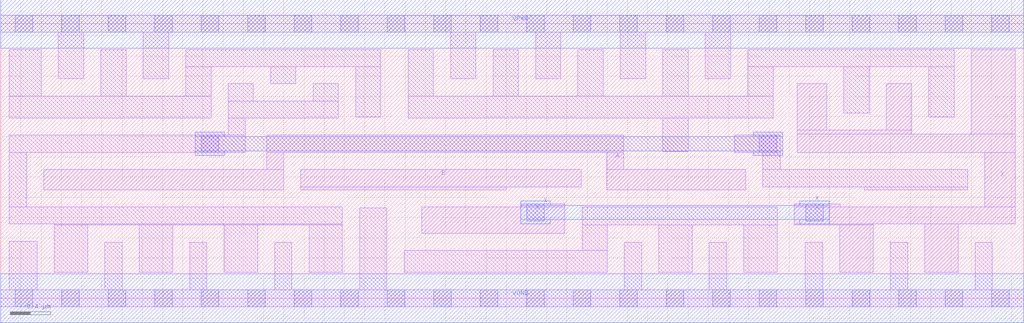
<source format=lef>
# Copyright 2020 The SkyWater PDK Authors
#
# Licensed under the Apache License, Version 2.0 (the "License");
# you may not use this file except in compliance with the License.
# You may obtain a copy of the License at
#
#     https://www.apache.org/licenses/LICENSE-2.0
#
# Unless required by applicable law or agreed to in writing, software
# distributed under the License is distributed on an "AS IS" BASIS,
# WITHOUT WARRANTIES OR CONDITIONS OF ANY KIND, either express or implied.
# See the License for the specific language governing permissions and
# limitations under the License.
#
# SPDX-License-Identifier: Apache-2.0

VERSION 5.7 ;
  NOWIREEXTENSIONATPIN ON ;
  DIVIDERCHAR "/" ;
  BUSBITCHARS "[]" ;
UNITS
  DATABASE MICRONS 200 ;
END UNITS
MACRO sky130_fd_sc_hd__xor2_4
  CLASS CORE ;
  FOREIGN sky130_fd_sc_hd__xor2_4 ;
  ORIGIN  0.000000  0.000000 ;
  SIZE  10.12000 BY  2.720000 ;
  SYMMETRY X Y R90 ;
  SITE unithd ;
  PIN A
    ANTENNAGATEAREA  1.980000 ;
    DIRECTION INPUT ;
    USE SIGNAL ;
    PORT
      LAYER li1 ;
        RECT 0.425000 1.075000 2.800000 1.275000 ;
        RECT 2.630000 1.275000 2.800000 1.445000 ;
        RECT 2.630000 1.445000 6.165000 1.615000 ;
        RECT 5.995000 1.075000 7.370000 1.275000 ;
        RECT 5.995000 1.275000 6.165000 1.445000 ;
    END
  END A
  PIN B
    ANTENNAGATEAREA  1.980000 ;
    DIRECTION INPUT ;
    USE SIGNAL ;
    PORT
      LAYER li1 ;
        RECT 2.970000 1.075000 5.000000 1.105000 ;
        RECT 2.970000 1.105000 5.740000 1.275000 ;
    END
  END B
  PIN X
    ANTENNADIFFAREA  1.524450 ;
    DIRECTION OUTPUT ;
    USE SIGNAL ;
    PORT
      LAYER li1 ;
        RECT 4.165000 0.645000 5.580000 0.905000 ;
        RECT 5.150000 0.905000 5.580000 0.935000 ;
      LAYER mcon ;
        RECT 5.205000 0.765000 5.375000 0.935000 ;
    END
    PORT
      LAYER li1 ;
        RECT 7.850000 0.725000  8.630000 0.735000 ;
        RECT 7.850000 0.735000 10.035000 0.905000 ;
        RECT 7.850000 0.905000  8.305000 0.935000 ;
        RECT 7.880000 1.445000 10.035000 1.625000 ;
        RECT 7.880000 1.625000  9.010000 1.665000 ;
        RECT 7.880000 1.665000  8.170000 2.125000 ;
        RECT 8.300000 0.255000  8.630000 0.725000 ;
        RECT 8.760000 1.665000  9.010000 2.125000 ;
        RECT 9.140000 0.255000  9.470000 0.735000 ;
        RECT 9.600000 1.625000 10.035000 2.465000 ;
        RECT 9.735000 0.905000 10.035000 1.445000 ;
      LAYER mcon ;
        RECT 7.965000 0.765000 8.135000 0.935000 ;
    END
    PORT
      LAYER met1 ;
        RECT 5.145000 0.735000 5.435000 0.780000 ;
        RECT 5.145000 0.780000 8.195000 0.920000 ;
        RECT 5.145000 0.920000 5.435000 0.965000 ;
        RECT 7.905000 0.735000 8.195000 0.780000 ;
        RECT 7.905000 0.920000 8.195000 0.965000 ;
    END
  END X
  PIN VGND
    DIRECTION INOUT ;
    SHAPE ABUTMENT ;
    USE GROUND ;
    PORT
      LAYER met1 ;
        RECT 0.000000 -0.240000 10.120000 0.240000 ;
    END
  END VGND
  PIN VPWR
    DIRECTION INOUT ;
    SHAPE ABUTMENT ;
    USE POWER ;
    PORT
      LAYER met1 ;
        RECT 0.000000 2.480000 10.120000 2.960000 ;
    END
  END VPWR
  OBS
    LAYER li1 ;
      RECT 0.000000 -0.085000 10.120000 0.085000 ;
      RECT 0.000000  2.635000 10.120000 2.805000 ;
      RECT 0.085000  0.085000  0.360000 0.565000 ;
      RECT 0.085000  0.735000  3.380000 0.905000 ;
      RECT 0.085000  0.905000  0.255000 1.445000 ;
      RECT 0.085000  1.445000  2.420000 1.615000 ;
      RECT 0.085000  1.785000  2.080000 2.005000 ;
      RECT 0.085000  2.005000  0.400000 2.465000 ;
      RECT 0.530000  0.255000  0.860000 0.725000 ;
      RECT 0.530000  0.725000  3.380000 0.735000 ;
      RECT 0.570000  2.175000  0.820000 2.635000 ;
      RECT 0.990000  2.005000  1.240000 2.465000 ;
      RECT 1.030000  0.085000  1.200000 0.555000 ;
      RECT 1.370000  0.255000  1.700000 0.725000 ;
      RECT 1.410000  2.175000  1.660000 2.635000 ;
      RECT 1.830000  2.005000  2.080000 2.295000 ;
      RECT 1.830000  2.295000  3.760000 2.465000 ;
      RECT 1.870000  0.085000  2.040000 0.555000 ;
      RECT 2.210000  0.255000  2.540000 0.725000 ;
      RECT 2.250000  1.615000  2.420000 1.785000 ;
      RECT 2.250000  1.785000  3.340000 1.955000 ;
      RECT 2.250000  1.955000  2.500000 2.125000 ;
      RECT 2.670000  2.125000  2.920000 2.295000 ;
      RECT 2.710000  0.085000  2.880000 0.555000 ;
      RECT 3.050000  0.255000  3.380000 0.725000 ;
      RECT 3.090000  1.955000  3.340000 2.125000 ;
      RECT 3.510000  1.795000  3.760000 2.295000 ;
      RECT 3.550000  0.085000  3.820000 0.895000 ;
      RECT 3.990000  0.255000  6.000000 0.475000 ;
      RECT 4.030000  1.785000  7.640000 2.005000 ;
      RECT 4.030000  2.005000  4.280000 2.465000 ;
      RECT 4.450000  2.175000  4.700000 2.635000 ;
      RECT 4.870000  2.005000  5.120000 2.465000 ;
      RECT 5.290000  2.175000  5.540000 2.635000 ;
      RECT 5.710000  2.005000  5.960000 2.465000 ;
      RECT 5.750000  0.475000  6.000000 0.725000 ;
      RECT 5.750000  0.725000  7.680000 0.905000 ;
      RECT 6.130000  2.175000  6.380000 2.635000 ;
      RECT 6.170000  0.085000  6.340000 0.555000 ;
      RECT 6.510000  0.255000  6.840000 0.725000 ;
      RECT 6.550000  1.455000  6.800000 1.785000 ;
      RECT 6.550000  2.005000  6.800000 2.465000 ;
      RECT 6.970000  2.175000  7.220000 2.635000 ;
      RECT 7.010000  0.085000  7.180000 0.555000 ;
      RECT 7.260000  1.445000  7.710000 1.615000 ;
      RECT 7.350000  0.255000  7.680000 0.725000 ;
      RECT 7.390000  2.005000  7.640000 2.295000 ;
      RECT 7.390000  2.295000  9.430000 2.465000 ;
      RECT 7.540000  1.105000  9.565000 1.275000 ;
      RECT 7.540000  1.275000  7.710000 1.445000 ;
      RECT 7.960000  0.085000  8.130000 0.555000 ;
      RECT 8.340000  1.835000  8.590000 2.295000 ;
      RECT 8.540000  1.075000  9.565000 1.105000 ;
      RECT 8.800000  0.085000  8.970000 0.555000 ;
      RECT 9.180000  1.795000  9.430000 2.295000 ;
      RECT 9.640000  0.085000  9.810000 0.555000 ;
    LAYER mcon ;
      RECT 0.145000 -0.085000 0.315000 0.085000 ;
      RECT 0.145000  2.635000 0.315000 2.805000 ;
      RECT 0.605000 -0.085000 0.775000 0.085000 ;
      RECT 0.605000  2.635000 0.775000 2.805000 ;
      RECT 1.065000 -0.085000 1.235000 0.085000 ;
      RECT 1.065000  2.635000 1.235000 2.805000 ;
      RECT 1.525000 -0.085000 1.695000 0.085000 ;
      RECT 1.525000  2.635000 1.695000 2.805000 ;
      RECT 1.985000 -0.085000 2.155000 0.085000 ;
      RECT 1.985000  1.445000 2.155000 1.615000 ;
      RECT 1.985000  2.635000 2.155000 2.805000 ;
      RECT 2.445000 -0.085000 2.615000 0.085000 ;
      RECT 2.445000  2.635000 2.615000 2.805000 ;
      RECT 2.905000 -0.085000 3.075000 0.085000 ;
      RECT 2.905000  2.635000 3.075000 2.805000 ;
      RECT 3.365000 -0.085000 3.535000 0.085000 ;
      RECT 3.365000  2.635000 3.535000 2.805000 ;
      RECT 3.825000 -0.085000 3.995000 0.085000 ;
      RECT 3.825000  2.635000 3.995000 2.805000 ;
      RECT 4.285000 -0.085000 4.455000 0.085000 ;
      RECT 4.285000  2.635000 4.455000 2.805000 ;
      RECT 4.745000 -0.085000 4.915000 0.085000 ;
      RECT 4.745000  2.635000 4.915000 2.805000 ;
      RECT 5.205000 -0.085000 5.375000 0.085000 ;
      RECT 5.205000  2.635000 5.375000 2.805000 ;
      RECT 5.665000 -0.085000 5.835000 0.085000 ;
      RECT 5.665000  2.635000 5.835000 2.805000 ;
      RECT 6.125000 -0.085000 6.295000 0.085000 ;
      RECT 6.125000  2.635000 6.295000 2.805000 ;
      RECT 6.585000 -0.085000 6.755000 0.085000 ;
      RECT 6.585000  2.635000 6.755000 2.805000 ;
      RECT 7.045000 -0.085000 7.215000 0.085000 ;
      RECT 7.045000  2.635000 7.215000 2.805000 ;
      RECT 7.505000 -0.085000 7.675000 0.085000 ;
      RECT 7.505000  1.445000 7.675000 1.615000 ;
      RECT 7.505000  2.635000 7.675000 2.805000 ;
      RECT 7.965000 -0.085000 8.135000 0.085000 ;
      RECT 7.965000  2.635000 8.135000 2.805000 ;
      RECT 8.425000 -0.085000 8.595000 0.085000 ;
      RECT 8.425000  2.635000 8.595000 2.805000 ;
      RECT 8.885000 -0.085000 9.055000 0.085000 ;
      RECT 8.885000  2.635000 9.055000 2.805000 ;
      RECT 9.345000 -0.085000 9.515000 0.085000 ;
      RECT 9.345000  2.635000 9.515000 2.805000 ;
      RECT 9.805000 -0.085000 9.975000 0.085000 ;
      RECT 9.805000  2.635000 9.975000 2.805000 ;
    LAYER met1 ;
      RECT 1.925000 1.415000 2.215000 1.460000 ;
      RECT 1.925000 1.460000 7.735000 1.600000 ;
      RECT 1.925000 1.600000 2.215000 1.645000 ;
      RECT 7.445000 1.415000 7.735000 1.460000 ;
      RECT 7.445000 1.600000 7.735000 1.645000 ;
  END
END sky130_fd_sc_hd__xor2_4
END LIBRARY

</source>
